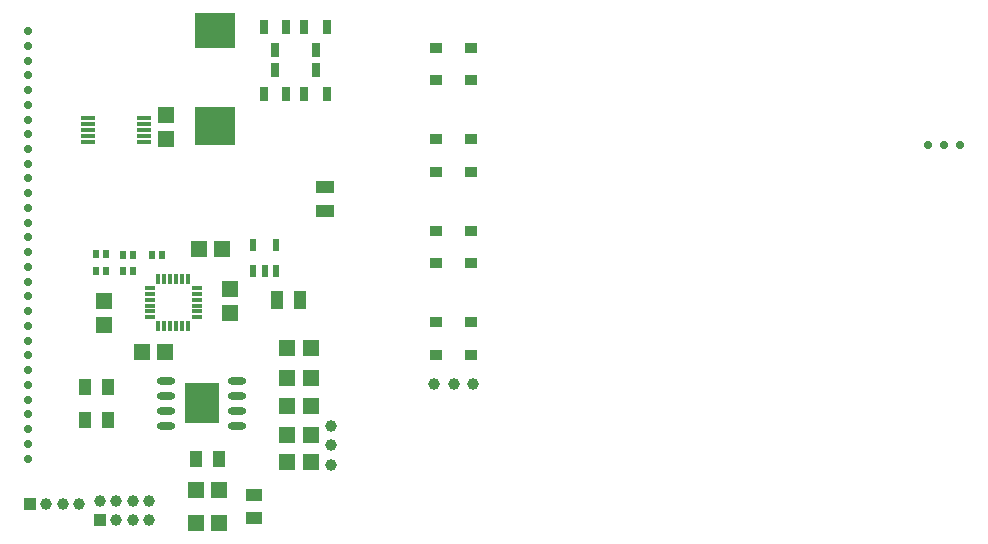
<source format=gbl>
G04 Layer: BottomLayer*
G04 EasyEDA Pro v2.2.45.4, 2026-01-20 19:36:07*
G04 Gerber Generator version 0.3*
G04 Scale: 100 percent, Rotated: No, Reflected: No*
G04 Dimensions in millimeters*
G04 Leading zeros omitted, absolute positions, 4 integers and 5 decimals*
G04 Generated by one-click*
%FSLAX45Y45*%
%MOMM*%
%ADD10C,1.0*%
%ADD11R,3.5X2.0*%
%ADD12R,1.0X1.55001*%
%ADD13R,0.7X1.25001*%
%ADD14R,1.37701X1.13254*%
%ADD15R,1.13254X1.37701*%
%ADD16O,1.6X0.6*%
%ADD17R,2.99999X3.49999*%
%ADD18R,0.3033X0.9*%
%ADD19R,0.3X0.9*%
%ADD20R,0.9X0.3*%
%ADD21R,0.6X1.0*%
%ADD22R,1.3X0.3*%
%ADD23R,0.59995X0.64999*%
%ADD24R,1.41X1.35001*%
%ADD25R,1.55001X1.0*%
%ADD26R,1.35001X1.41*%
%ADD27C,0.7*%
%ADD28R,3.456X1.28252*%
%ADD29R,1.0X1.0*%
%ADD30R,1.0X0.85001*%
G75*


G04 Pad Start*
G54D10*
G01X3746500Y749300D03*
G01X3911600Y749300D03*
G01X4076700Y749300D03*
G01X2870200Y393700D03*
G01X2870200Y228600D03*
G01X2870200Y63500D03*
G54D11*
G01X1892300Y2870200D03*
G01X1892300Y3789335D03*
G54D12*
G01X2614600Y1460500D03*
G01X2414600Y1460500D03*
G54D13*
G01X2838196Y3202000D03*
G01X2648204Y3202000D03*
G01X2743200Y3402000D03*
G01X2495921Y3202625D03*
G01X2305929Y3202625D03*
G01X2400925Y3402625D03*
G54D14*
G01X2222500Y-192100D03*
G01X2222500Y-392100D03*
G54D15*
G01X1728800Y114300D03*
G01X1928800Y114300D03*
G01X789000Y444500D03*
G01X989000Y444500D03*
G01X789000Y723900D03*
G01X989000Y723900D03*
G54D16*
G01X1478001Y393700D03*
G01X1478001Y520700D03*
G01X1478001Y647700D03*
G01X1478001Y774700D03*
G01X2077999Y393700D03*
G01X2077999Y520700D03*
G01X2077999Y647700D03*
G01X2077999Y774700D03*
G54D17*
G01X1778000Y584200D03*
G54D19*
G01X1661693Y1235100D03*
G01X1611706Y1235100D03*
G01X1561694Y1235100D03*
G01X1511706Y1235100D03*
G01X1461694Y1235100D03*
G01X1411707Y1235100D03*
G54D20*
G01X1336700Y1310107D03*
G01X1336700Y1360094D03*
G01X1336700Y1410106D03*
G01X1336700Y1460094D03*
G01X1336700Y1510106D03*
G01X1336700Y1560093D03*
G54D19*
G01X1411707Y1635100D03*
G01X1461694Y1635100D03*
G01X1511706Y1635100D03*
G01X1561694Y1635100D03*
G01X1611706Y1635100D03*
G01X1661693Y1635100D03*
G54D20*
G01X1736700Y1560093D03*
G01X1736700Y1510106D03*
G01X1736700Y1460094D03*
G01X1736700Y1410106D03*
G01X1736700Y1360094D03*
G01X1736700Y1310107D03*
G54D21*
G01X2311400Y1706093D03*
G01X2216404Y1706093D03*
G01X2406396Y1706093D03*
G01X2216404Y1926107D03*
G01X2406396Y1926107D03*
G54D22*
G01X1289101Y2995600D03*
G01X1289101Y2945613D03*
G01X1289101Y2895625D03*
G01X1289101Y2845613D03*
G01X1289101Y2795600D03*
G01X819099Y2795626D03*
G01X819099Y2845613D03*
G01X819099Y2895600D03*
G01X819099Y2945613D03*
G01X819099Y2995625D03*
G54D23*
G01X1113282Y1701805D03*
G01X1198118Y1701805D03*
G54D24*
G01X2503500Y317500D03*
G01X2703500Y317500D03*
G01X1728800Y-152400D03*
G01X1928800Y-152400D03*
G01X2703500Y1054100D03*
G01X2503500Y1054100D03*
G01X2503500Y558800D03*
G01X2703500Y558800D03*
G01X2503500Y800100D03*
G01X2703500Y800100D03*
G01X1954200Y1892300D03*
G01X1754200Y1892300D03*
G01X2503500Y88900D03*
G01X2703500Y88900D03*
G54D25*
G01X2819400Y2211400D03*
G01X2819400Y2411400D03*
G54D26*
G01X952500Y1246200D03*
G01X952500Y1446200D03*
G54D24*
G01X1271600Y1016000D03*
G01X1471600Y1016000D03*
G54D26*
G01X2019300Y1347800D03*
G01X2019300Y1547800D03*
G01X1473200Y3021000D03*
G01X1473200Y2821000D03*
G54D24*
G01X1728800Y-431800D03*
G01X1928800Y-431800D03*
G54D23*
G01X1113282Y1841505D03*
G01X1198118Y1841505D03*
G01X1354582Y1841505D03*
G01X1439418Y1841505D03*
G54D27*
G01X7929880Y2768600D03*
G01X8064500Y2768600D03*
G01X8199120Y2768600D03*
G54D28*
G01X1892300Y3033471D03*
G01X1892300Y3646729D03*
G54D23*
G01X882101Y1843749D03*
G01X966937Y1843749D03*
G01X884682Y1701805D03*
G01X969518Y1701805D03*
G54D29*
G01X914400Y-406400D03*
G54D10*
G01X1054100Y-406400D03*
G01X1193800Y-406400D03*
G01X1333500Y-406400D03*
G01X1333500Y-241300D03*
G01X1193800Y-241300D03*
G01X1054100Y-241300D03*
G01X914400Y-241300D03*
G54D30*
G01X3761600Y3591890D03*
G01X3761600Y3316910D03*
G01X4061600Y3591890D03*
G01X4061600Y3316910D03*
G01X3760600Y2817190D03*
G01X3760600Y2542210D03*
G01X4060599Y2817190D03*
G01X4060599Y2542210D03*
G01X3760600Y2042490D03*
G01X3760600Y1767510D03*
G01X4060599Y2042490D03*
G01X4060599Y1767510D03*
G01X3761600Y1267790D03*
G01X3761600Y992810D03*
G01X4061600Y1267790D03*
G01X4061600Y992810D03*
G54D13*
G01X2305304Y3770300D03*
G01X2495296Y3770300D03*
G01X2400300Y3570300D03*
G01X2648204Y3770300D03*
G01X2838196Y3770300D03*
G01X2743200Y3570300D03*
G54D10*
G01X464220Y-271720D03*
G01X603920Y-271720D03*
G01X743620Y-271720D03*
G54D29*
G01X324520Y-271720D03*
G54D27*
G01X304800Y114300D03*
G01X304800Y239110D03*
G01X304800Y363921D03*
G01X304800Y488731D03*
G01X304800Y613541D03*
G01X304800Y738352D03*
G01X304800Y863162D03*
G01X304800Y987972D03*
G01X304800Y1112783D03*
G01X304800Y1237593D03*
G01X304800Y1362403D03*
G01X304800Y1487214D03*
G01X304800Y1612024D03*
G01X304800Y1736834D03*
G01X304800Y1861645D03*
G01X304800Y1986455D03*
G01X304800Y2111266D03*
G01X304800Y2236076D03*
G01X304800Y2360886D03*
G01X304800Y2485697D03*
G01X304800Y2610507D03*
G01X304800Y2735317D03*
G01X304800Y2860128D03*
G01X304800Y2984938D03*
G01X304800Y3109748D03*
G01X304800Y3234559D03*
G01X304800Y3359369D03*
G01X304800Y3484179D03*
G01X304800Y3608990D03*
G01X304800Y3733800D03*
G04 Pad End*

M02*


</source>
